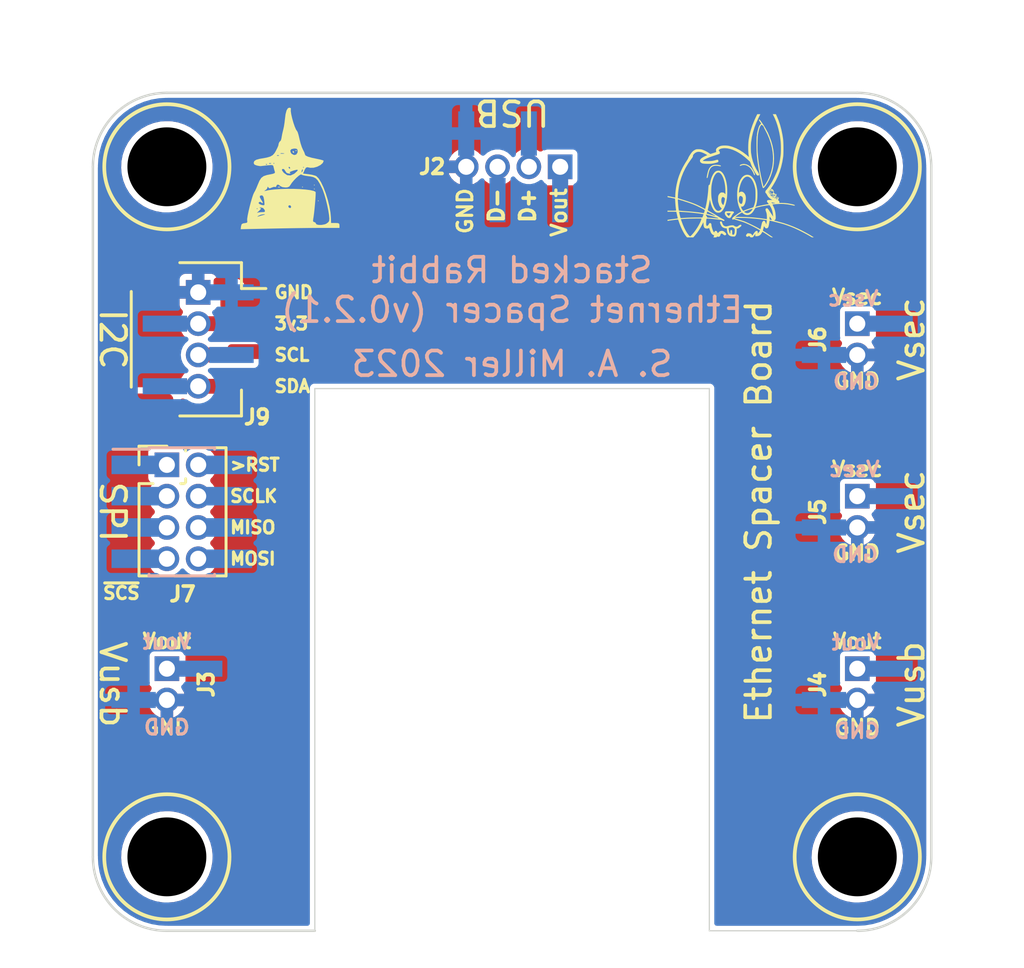
<source format=kicad_pcb>
(kicad_pcb (version 20211014) (generator pcbnew)
  (title_block (title "Ethernet Spacer") (rev "0.2.1") (company "The Nerd Mage"))
  (layers (0 "F.Cu" signal) (31 "B.Cu" signal) (34 "B.Paste" user) (35 "F.Paste" user) (36 "B.SilkS" user "B.Silkscreen") (37 "F.SilkS" user "F.Silkscreen") (38 "B.Mask" user) (39 "F.Mask" user) (44 "Edge.Cuts" user))
  (net 0 "")
  (net 3 "SDA")
  (net 4 "SCL")
  (net 5 "~{RESET}")
  (net 6 "SCLK")
  (net 7 "MISO")
  (net 8 "MOSI")
  (net 9 "RESET")
  (net 10 "~{SCS}2")
  (net 11 "Vcc?")
  (net 12 "GND")
  (net 13 "~{SCS}1")
  (net 14 "~{SCS}0")
  (net 17 "Vout")
  (net 18 "UD+")
  (net 19 "UD-")
  (footprint "Tinker:Mount" (layer "F.Cu") (at 114 114)
    (fp_text reference "REF**" hide)
    (fp_text value "Mount" hide)
    (pad "" np_thru_hole circle (at 0 0) (size 3.2 3.2) (drill 3.2) (layers *.Mask))
  )
  (footprint "Tinker:QWIIC_Stack_II" (layer "F.Cu") (at 87.27 93 -90)
    (fp_text reference "J9" (at 3.158643 -2.390416 180) (layer "F.SilkS") (effects (font (size 0.6 0.6))))
    (fp_text value "QWIIC_Stackable")
    (pad "1" smd rect (at -1.905 -1.35) (size 1.8 0.65) (layers "B.Cu" "B.Paste" "B.Mask") (net 12 "GND"))
    (pad "1" smd roundrect (at -1.5 -1.97 270) (size 0.6 1.55) (layers "F.Cu" "F.Paste" "F.Mask") (net 12 "GND"))
    (pad "1" thru_hole rect (at -1.905 0) (size 1 1) (drill 0.65) (layers *.Cu *.Mask) (net 12 "GND"))
    (pad "1" smd roundrect (at -1.905 -0.877656 270) (size 0.6 1.55) (layers "F.Cu" "F.Paste" "F.Mask") (net 12 "GND"))
    (pad "2" smd roundrect (at -0.5 -1.97 270) (size 0.6 1.55) (layers "F.Cu" "F.Paste" "F.Mask") (net 11 "Vcc?"))
    (pad "2" smd rect (at -0.635 1.35) (size 1.8 0.65) (layers "B.Cu" "B.Paste" "B.Mask") (net 11 "Vcc?"))
    (pad "2" thru_hole oval (at -0.635 0) (size 1 1) (drill 0.65) (layers *.Cu *.Mask) (net 11 "Vcc?"))
    (pad "2" smd roundrect (at -0.635 -0.877656 270) (size 0.6 1.55) (layers "F.Cu" "F.Paste" "F.Mask") (net 11 "Vcc?"))
    (pad "3" smd rect (at 0.635 -1.35) (size 1.8 0.65) (layers "B.Cu" "B.Paste" "B.Mask") (net 3 "SDA"))
    (pad "3" smd roundrect (at 0.5 -1.97 270) (size 0.6 1.55) (layers "F.Cu" "F.Paste" "F.Mask") (net 3 "SDA"))
    (pad "3" thru_hole oval (at 0.635 0) (size 1 1) (drill 0.65) (layers *.Cu *.Mask) (net 3 "SDA"))
    (pad "3" smd roundrect (at 0.635 -0.877656 270) (size 0.6 1.55) (layers "F.Cu" "F.Paste" "F.Mask") (net 3 "SDA"))
    (pad "4" smd rect (at 1.905 1.35) (size 1.8 0.65) (layers "B.Cu" "B.Paste" "B.Mask") (net 4 "SCL"))
    (pad "4" thru_hole oval (at 1.905 0) (size 1 1) (drill 0.65) (layers *.Cu *.Mask) (net 4 "SCL"))
    (pad "4" smd roundrect (at 1.5 -1.97 270) (size 0.6 1.55) (layers "F.Cu" "F.Paste" "F.Mask") (net 4 "SCL"))
    (pad "4" smd roundrect (at 1.905 -0.877656 270) (size 0.6 1.55) (layers "F.Cu" "F.Paste" "F.Mask") (net 4 "SCL"))
    (pad "MP" smd roundrect (at -2.8 1.905 270) (size 1.2 1.8) (layers "F.Cu" "F.Paste" "F.Mask") (roundrect_rratio 0.208333) (net 12 "GND"))
    (pad "MP" smd roundrect (at 2.8 1.905 270) (size 1.2 1.8) (layers "F.Cu" "F.Paste" "F.Mask") (roundrect_rratio 0.208333) (net 12 "GND"))
  )
  (footprint "Tinker:PinHeader_2x04_P1.27mm_Vertical" (layer "F.Cu") (at 86 98.095)
    (fp_text reference "J7" (at 0.635 5.246376 180) (layer "F.SilkS") (effects (font (size 0.6 0.6))))
    (fp_text value "Conn_01x08_Male" hide)
    (pad "1" smd rect (at -1.195 0) (size 2.1 0.75) (layers "B.Cu" "B.Paste" "B.Mask") (net 5 "~{RESET}"))
    (pad "1" thru_hole rect (at 0 0) (size 1 1) (drill 0.65) (layers *.Cu *.Mask) (net 5 "~{RESET}"))
    (pad "2" smd rect (at 2.405 0) (size 2.1 0.75) (layers "B.Cu" "B.Paste" "B.Mask") (net 9 "RESET"))
    (pad "2" thru_hole oval (at 1.27 0) (size 1 1) (drill 0.65) (layers *.Cu *.Mask) (net 9 "RESET"))
    (pad "3" smd rect (at -1.195 1.27) (size 2.1 0.75) (layers "B.Cu" "B.Paste" "B.Mask") (net 10 "~{SCS}2"))
    (pad "3" thru_hole oval (at 0 1.27) (size 1 1) (drill 0.65) (layers *.Cu *.Mask) (net 10 "~{SCS}2"))
    (pad "4" thru_hole oval (at 1.27 1.27) (size 1 1) (drill 0.65) (layers *.Cu *.Mask) (net 6 "SCLK"))
    (pad "4" smd rect (at 2.405 1.27) (size 2.1 0.75) (layers "B.Cu" "B.Paste" "B.Mask") (net 6 "SCLK"))
    (pad "5" thru_hole oval (at 0 2.54) (size 1 1) (drill 0.65) (layers *.Cu *.Mask) (net 13 "~{SCS}1"))
    (pad "5" smd rect (at -1.195 2.54) (size 2.1 0.75) (layers "B.Cu" "B.Paste" "B.Mask") (net 13 "~{SCS}1"))
    (pad "6" smd rect (at 2.405 2.54) (size 2.1 0.75) (layers "B.Cu" "B.Paste" "B.Mask") (net 7 "MISO"))
    (pad "6" thru_hole oval (at 1.27 2.54) (size 1 1) (drill 0.65) (layers *.Cu *.Mask) (net 7 "MISO"))
    (pad "7" smd rect (at -1.195 3.81) (size 2.1 0.75) (layers "B.Cu" "B.Paste" "B.Mask") (net 14 "~{SCS}0"))
    (pad "7" thru_hole oval (at 0 3.81) (size 1 1) (drill 0.65) (layers *.Cu *.Mask) (net 14 "~{SCS}0"))
    (pad "8" thru_hole oval (at 1.27 3.81) (size 1 1) (drill 0.65) (layers *.Cu *.Mask) (net 8 "MOSI"))
    (pad "8" smd rect (at 2.405 3.81) (size 2.1 0.75) (layers "B.Cu" "B.Paste" "B.Mask") (net 8 "MOSI"))
  )
  (footprint "Tinker:Mount" (layer "F.Cu") (at 86 114)
    (fp_text reference "REF**" hide)
    (fp_text value "Mount" hide)
    (pad "" np_thru_hole circle (at 0 0) (size 3.2 3.2) (drill 3.2) (layers *.Mask))
  )
  (footprint "Tinker:Board_Stacker_4" (layer "F.Cu") (at 101.95 86 -90)
    (fp_text reference "J2" (at 0 5.191586) (layer "F.SilkS") (effects (font (size 0.6 0.6))))
    (fp_text value "Conn_01x04_Male")
    (pad "1" thru_hole rect (at 0 0 270) (size 1 1) (drill 0.65) (layers *.Cu *.Mask) (net 17 "Vout"))
    (pad "1" smd rect (at 1.35 0 270) (size 1.8 0.65) (layers "B.Cu" "B.Paste" "B.Mask") (net 17 "Vout"))
    (pad "2" thru_hole oval (at 0 1.27 270) (size 1 1) (drill 0.65) (layers *.Cu *.Mask) (net 18 "UD+"))
    (pad "2" smd rect (at -1.35 1.27 270) (size 1.8 0.65) (layers "B.Cu" "B.Paste" "B.Mask") (net 18 "UD+"))
    (pad "3" smd rect (at 1.35 2.54 270) (size 1.8 0.65) (layers "B.Cu" "B.Paste" "B.Mask") (net 19 "UD-"))
    (pad "3" thru_hole oval (at 0 2.54 270) (size 1 1) (drill 0.65) (layers *.Cu *.Mask) (net 19 "UD-"))
    (pad "4" smd rect (at -1.35 3.81 270) (size 1.8 0.65) (layers "B.Cu" "B.Paste" "B.Mask") (net 12 "GND"))
    (pad "4" thru_hole oval (at 0 3.81 270) (size 1 1) (drill 0.65) (layers *.Cu *.Mask) (net 12 "GND"))
  )
  (footprint "Tinker:DagNabbit" (layer "F.Cu") (at 109 87)
    (fp_text reference "REF**" hide)
    (fp_text value "DagNabbit" hide)
  )
  (footprint "Tinker:Board_Stacker_2" (layer "F.Cu") (at 114 106.365)
    (fp_text reference "J4" (at -1.6 0.635 90) (layer "F.SilkS") (effects (font (size 0.6 0.6))))
    (fp_text value "Conn_01x02_Male")
    (pad "1" thru_hole rect (at 0 0) (size 1 1) (drill 0.65) (layers *.Cu *.Mask))
    (pad "1" smd rect (at 1.35 0) (size 1.8 0.65) (layers "B.Cu" "B.Paste" "B.Mask"))
    (pad "2" thru_hole oval (at 0 1.27) (size 1 1) (drill 0.65) (layers *.Cu *.Mask) (net 12 "GND"))
    (pad "2" smd rect (at -1.35 1.27) (size 1.8 0.65) (layers "B.Cu" "B.Paste" "B.Mask") (net 12 "GND"))
  )
  (footprint "Tinker:Mount" (layer "F.Cu") (at 114 86)
    (fp_text reference "REF**" hide)
    (fp_text value "Mount" hide)
    (pad "" np_thru_hole circle (at 0 0) (size 3.2 3.2) (drill 3.2) (layers *.Mask))
  )
  (footprint "Tinker:Board_Stacker_2" (layer "F.Cu") (at 86 106.365)
    (fp_text reference "J3" (at 1.6 0.635 90) (layer "F.SilkS") (effects (font (size 0.6 0.6))))
    (fp_text value "Conn_01x02_Male")
    (pad "1" smd rect (at 1.35 0) (size 1.8 0.65) (layers "B.Cu" "B.Paste" "B.Mask"))
    (pad "1" thru_hole rect (at 0 0) (size 1 1) (drill 0.65) (layers *.Cu *.Mask))
    (pad "2" smd rect (at -1.35 1.27) (size 1.8 0.65) (layers "B.Cu" "B.Paste" "B.Mask") (net 12 "GND"))
    (pad "2" thru_hole oval (at 0 1.27) (size 1 1) (drill 0.65) (layers *.Cu *.Mask) (net 12 "GND"))
  )
  (footprint "Tinker:Board_Stacker_2" (layer "F.Cu") (at 114 92.365)
    (fp_text reference "J6" (at -1.6 0.635 90) (layer "F.SilkS") (effects (font (size 0.6 0.6))))
    (fp_text value "Conn_01x02_Male")
    (pad "1" thru_hole rect (at 0 0) (size 1 1) (drill 0.65) (layers *.Cu *.Mask))
    (pad "1" smd rect (at 1.35 0) (size 1.8 0.65) (layers "B.Cu" "B.Paste" "B.Mask"))
    (pad "2" smd rect (at -1.35 1.27) (size 1.8 0.65) (layers "B.Cu" "B.Paste" "B.Mask") (net 12 "GND"))
    (pad "2" thru_hole oval (at 0 1.27) (size 1 1) (drill 0.65) (layers *.Cu *.Mask) (net 12 "GND"))
  )
  (footprint "Tinker:Board_Stacker_2" (layer "F.Cu") (at 114 99.365)
    (fp_text reference "J5" (at -1.6 0.635 90) (layer "F.SilkS") (effects (font (size 0.6 0.6))))
    (fp_text value "Conn_01x02_Male")
    (pad "1" smd rect (at 1.35 0) (size 1.8 0.65) (layers "B.Cu" "B.Paste" "B.Mask"))
    (pad "1" thru_hole rect (at 0 0) (size 1 1) (drill 0.65) (layers *.Cu *.Mask))
    (pad "2" thru_hole oval (at 0 1.27) (size 1 1) (drill 0.65) (layers *.Cu *.Mask) (net 12 "GND"))
    (pad "2" smd rect (at -1.35 1.27) (size 1.8 0.65) (layers "B.Cu" "B.Paste" "B.Mask") (net 12 "GND"))
  )
  (footprint "Tinker:Mount" (layer "F.Cu") (at 86 86)
    (fp_text reference "REF**" hide)
    (fp_text value "Mount" hide)
    (pad "" np_thru_hole circle (at 0 0) (size 3.2 3.2) (drill 3.2) (layers *.Mask))
  )
  (footprint "Tinker:NerdMage" (layer "F.Cu") (at 91 86)
    (fp_text reference "G***" hide)
    (fp_text value "LOGO" hide)
  )
  (gr_line (start 92 117) (end 92 95) (layer "Edge.Cuts") (width 0.05))
  (gr_line (start 117 86) (end 117 114) (layer "Edge.Cuts") (width 0.1))
  (gr_line (start 108 95) (end 108 117) (layer "Edge.Cuts") (width 0.05))
  (gr_arc (start 86 117) (mid 83.87868 116.12132) (end 83 114) (layer "Edge.Cuts") (width 0.1))
  (gr_arc (start 83 86) (mid 83.87868 83.87868) (end 86 83) (layer "Edge.Cuts") (width 0.1))
  (gr_line (start 92 95) (end 108 95) (layer "Edge.Cuts") (width 0.05))
  (gr_line (start 86 83) (end 114 83) (layer "Edge.Cuts") (width 0.1))
  (gr_line (start 114 117) (end 108 117) (layer "Edge.Cuts") (width 0.05))
  (gr_line (start 83 114) (end 83 86) (layer "Edge.Cuts") (width 0.1))
  (gr_arc (start 114 83) (mid 116.12132 83.87868) (end 117 86) (layer "Edge.Cuts") (width 0.1))
  (gr_line (start 86 117) (end 92 117) (layer "Edge.Cuts") (width 0.1))
  (gr_arc (start 117 114) (mid 116.12132 116.12132) (end 114 117) (layer "Edge.Cuts") (width 0.1))
  (gr_text "Stacked Rabbit\n${TITLE} (v${REVISION})" (at 100 91) (layer "B.SilkS") (effects (font (size 1 1)) (justify mirror)))
  (gr_text "Vsec" (at 113.872799 98.268635) (layer "B.SilkS") (effects (font (size 0.6 0.6) (thickness 0.125)) (justify mirror)))
  (gr_text "Vout" (at 86.009393 105.268635) (layer "B.SilkS") (effects (font (size 0.6 0.6) (thickness 0.125)) (justify mirror)))
  (gr_text "S. A. Miller 2023" (at 100 94) (layer "B.SilkS") (effects (font (size 1 1)) (justify mirror)))
  (gr_text "Vsec" (at 113.830179 91.346308) (layer "B.SilkS") (effects (font (size 0.6 0.6) (thickness 0.125)) (justify mirror)))
  (gr_text "GND" (at 113.946688 94.725074) (layer "B.SilkS") (effects (font (size 0.6 0.6) (thickness 0.125)) (justify mirror)))
  (gr_text "GND" (at 113.911636 101.744492) (layer "B.SilkS") (effects (font (size 0.6 0.6) (thickness 0.125)) (justify mirror)))
  (gr_text "GND" (at 85.995908 108.747728) (layer "B.SilkS") (effects (font (size 0.6 0.6) (thickness 0.125)) (justify mirror)))
  (gr_text "Vout" (at 113.950572 105.303488) (layer "B.SilkS") (effects (font (size 0.6 0.6) (thickness 0.125)) (justify mirror)))
  (gr_text "GND" (at 113.997176 108.89197) (layer "B.SilkS") (effects (font (size 0.6 0.6) (thickness 0.125)) (justify mirror)))
  (gr_text "GND" (at 98.095 86.8 90) (layer "F.SilkS") (effects (font (size 0.6 0.6) (thickness 0.125)) (justify right)))
  (gr_text "GND" (at 86 108.745) (layer "F.SilkS") (effects (font (size 0.6 0.6) (thickness 0.125))))
  (gr_text "GND" (at 114 108.745) (layer "F.SilkS") (effects (font (size 0.6 0.6) (thickness 0.125))))
  (gr_text "SCL" (at 90.3 93.635) (layer "F.SilkS") (effects (font (size 0.5 0.5) (thickness 0.125)) (justify left)))
  (gr_text "D+" (at 100.635 86.8 90) (layer "F.SilkS") (effects (font (size 0.6 0.6)) (justify right)))
  (gr_text "Vsec" (at 114 91.285) (layer "F.SilkS") (effects (font (size 0.6 0.6) (thickness 0.125))))
  (gr_text "Vsec" (at 114 98.265) (layer "F.SilkS") (effects (font (size 0.6 0.6) (thickness 0.125))))
  (gr_text "Vout" (at 114 105.245) (layer "F.SilkS") (effects (font (size 0.6 0.6) (thickness 0.125))))
  (gr_text "I2C" (at 83.8 93 -90) (layer "F.SilkS") (effects (font (size 1 1))))
  (gr_text "Vusb" (at 83.8 107 -90) (layer "F.SilkS") (effects (font (size 1 1))))
  (gr_text "SCLK" (at 88.5 99.365) (layer "F.SilkS") (effects (font (size 0.5 0.5) (thickness 0.125)) (justify left)))
  (gr_text "USB" (at 100 83.8 180) (layer "F.SilkS") (effects (font (size 1 1))))
  (gr_text "Vsec" (at 116.2 93 90) (layer "F.SilkS") (effects (font (size 1 1))))
  (gr_text "SDA" (at 90.3 94.905) (layer "F.SilkS") (effects (font (size 0.5 0.5) (thickness 0.125)) (justify left)))
  (gr_text "GND" (at 90.3 91.095) (layer "F.SilkS") (effects (font (size 0.5 0.5) (thickness 0.125)) (justify left)))
  (gr_text "GND" (at 114 101.665) (layer "F.SilkS") (effects (font (size 0.6 0.6) (thickness 0.125))))
  (gr_text "GND" (at 114 94.685) (layer "F.SilkS") (effects (font (size 0.6 0.6) (thickness 0.125))))
  (gr_text "MISO" (at 88.5 100.635) (layer "F.SilkS") (effects (font (size 0.5 0.5) (thickness 0.125)) (justify left)))
  (gr_text ">RST" (at 88.5 98.095) (layer "F.SilkS") (effects (font (size 0.5 0.5) (thickness 0.125)) (justify left)))
  (gr_text "Vout" (at 101.905 86.8 90) (layer "F.SilkS") (effects (font (size 0.6 0.6) (thickness 0.125)) (justify right)))
  (gr_text "Vusb" (at 116.2 107 90) (layer "F.SilkS") (effects (font (size 1 1))))
  (gr_text "SPI" (at 83.8 100 -90) (layer "F.SilkS") (effects (font (size 1 1))))
  (gr_text "Vsec" (at 116.2 100 90) (layer "F.SilkS") (effects (font (size 1 1))))
  (gr_text "D-" (at 99.365 86.8 90) (layer "F.SilkS") (effects (font (size 0.6 0.6)) (justify right)))
  (gr_text "MOSI" (at 88.5 101.905) (layer "F.SilkS") (effects (font (size 0.5 0.5) (thickness 0.125)) (justify left)))
  (gr_text "~{SCS}" (at 83.347793 103.30044) (layer "F.SilkS") (effects (font (size 0.5 0.5) (thickness 0.125)) (justify left)))
  (gr_text "Vout" (at 86 105.245) (layer "F.SilkS") (effects (font (size 0.6 0.6) (thickness 0.125))))
  (gr_text "${TITLE} Board" (at 110 100 90) (layer "F.SilkS") (effects (font (size 1 1))))
  (gr_text "3v3" (at 90.3 92.365) (layer "F.SilkS") (effects (font (size 0.5 0.5) (thickness 0.125)) (justify left)))
  (zone (net 12) (net_name "GND") (layer "F.Cu") (connect_pads (clearance 0.254)) (min_thickness 0.254) (fill yes (thermal_gap 0.254) (thermal_bridge_width 0.508))
    (polygon (pts (xy 118.582229 117.809465) (xy 81.651499 117.809467) (xy 81.651498 82.584881) (xy 118.582228 82.584879)))
  )
  (zone (net 12) (net_name "GND") (layer "B.Cu") (connect_pads (clearance 0.2)) (min_thickness 0.2) (fill yes (thermal_gap 0.254) (thermal_bridge_width 0.508))
    (polygon (pts (xy 119.380001 118.507005) (xy 80.682697 118.507005) (xy 80.682697 82.09421) (xy 119.380001 82.09421)))
  )
)
</source>
